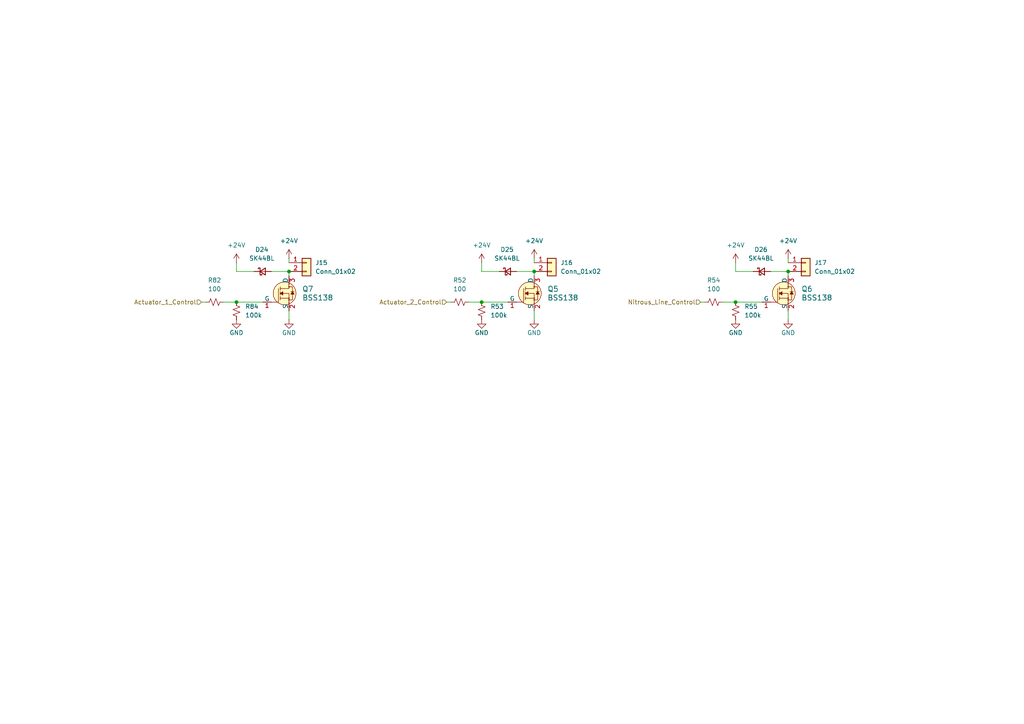
<source format=kicad_sch>
(kicad_sch (version 20250114) (generator "eeschema") (generator_version "9.0")
  (paper "A4")
  (lib_symbols
    (symbol "Connector_Generic:Conn_01x02" (pin_names (offset 1.016) (hide yes))
      (property "Reference" "J" (at 0 2.54 0))
      (property "Value" "Conn_01x02" (at 0 -5.08 0))
      (symbol "Conn_01x02_1_1"
        (rectangle (start -1.27 1.27) (end 1.27 -3.81) (stroke (width 0.254)) (fill (type background)))
        (rectangle (start -1.27 0.127) (end 0 -0.127) (stroke (width 0.1524)))
        (rectangle (start -1.27 -2.413) (end 0 -2.667) (stroke (width 0.1524)))
        (pin passive line (at -5.08 0 0) (length 3.81) (name "Pin_1") (number "1"))
        (pin passive line (at -5.08 -2.54 0) (length 3.81) (name "Pin_2") (number "2"))
      )
    )
    (symbol "Device:D_Schottky_Small" (pin_numbers (hide yes)) (pin_names (offset 0.254) (hide yes))
      (property "Reference" "D" (at -1.27 2.032 0))
      (property "Value" "D_Schottky_Small" (at -7.112 -2.032 0))
      (symbol "D_Schottky_Small_0_1"
        (polyline (pts (xy -1.27 0.762) (xy -1.27 1.016) (xy -0.762 1.016) (xy -0.762 -1.016) (xy -0.254 -1.016) (xy -0.254 -0.762)) (stroke (width 0.254)))
        (polyline (pts (xy -0.762 0) (xy 0.762 0)))
        (polyline (pts (xy 0.762 -1.016) (xy -0.762 0) (xy 0.762 1.016) (xy 0.762 -1.016)) (stroke (width 0.254)))
      )
      (symbol "D_Schottky_Small_1_1"
        (pin passive line (at -2.54 0 0) (length 1.778) (name "K") (number "1"))
        (pin passive line (at 2.54 0 180) (length 1.778) (name "A") (number "2"))
      )
    )
    (symbol "Device:R_Small_US" (pin_numbers (hide yes)) (pin_names (offset 0.254) (hide yes))
      (property "Reference" "R" (at 0.762 0.508 0))
      (property "Value" "R_Small_US" (at 0.762 -1.016 0))
      (symbol "R_Small_US_1_1"
        (polyline (pts (xy 0 1.524) (xy 1.016 1.143) (xy 0 0.762) (xy -1.016 0.381) (xy 0 0)))
        (polyline (pts (xy 0 0) (xy 1.016 -0.381) (xy 0 -0.762) (xy -1.016 -1.143) (xy 0 -1.524)))
        (pin passive line (at 0 2.54 270) (length 1.016) (name "~") (number "1"))
        (pin passive line (at 0 -2.54 90) (length 1.016) (name "~") (number "2"))
      )
    )
    (symbol "dk_Transistors-FETs-MOSFETs-Single:BSS138" (pin_names (offset 0))
      (property "Reference" "Q" (at -2.6924 3.6322 0))
      (property "Value" "BSS138" (at 3.4544 0 90))
      (symbol "BSS138_0_1"
        (polyline (pts (xy -5.08 -2.54) (xy -3.048 -2.54) (xy -3.048 1.397)))
        (circle (center -1.27 0) (radius 3.302) (fill (type background)))
        (polyline (pts (xy -0.127 -1.905) (xy 1.016 -1.905) (xy 1.016 1.397) (xy 1.016 1.905) (xy -0.127 1.905)))
        (polyline (pts (xy 0 2.54) (xy 0 1.397) (xy -2.54 1.397)))
        (circle (center 0 1.905) (radius 0.127))
        (polyline (pts (xy 0 -1.397) (xy -2.54 -1.397)))
        (circle (center 0 -1.397) (radius 0.127))
        (circle (center 0 -1.905) (radius 0.127))
        (polyline (pts (xy 0 -2.54) (xy 0 0) (xy -2.54 0)))
      )
      (symbol "BSS138_1_1"
        (polyline (pts (xy -2.54 1.905) (xy -2.54 0.889)))
        (polyline (pts (xy -2.54 0) (xy -2.54 0.508)))
        (polyline (pts (xy -2.54 0) (xy -2.54 -0.508)))
        (polyline (pts (xy -2.54 0) (xy -1.778 0.508) (xy -1.778 -0.508) (xy -2.54 0)) (fill (type outline)))
        (polyline (pts (xy -2.54 -1.397) (xy -2.54 -0.889)))
        (polyline (pts (xy -2.54 -1.397) (xy -2.54 -1.905)))
        (polyline (pts (xy 1.016 0.508) (xy 0.508 -0.254) (xy 1.524 -0.254) (xy 1.016 0.508)) (fill (type outline)))
        (polyline (pts (xy 1.524 0.508) (xy 0.508 0.508)))
        (pin bidirectional line (at -7.62 -2.54 0) (length 2.54) (name "G") (number "1"))
        (pin bidirectional line (at 0 5.08 270) (length 2.54) (name "D") (number "3"))
        (pin bidirectional line (at 0 -5.08 90) (length 2.54) (name "S") (number "2"))
      )
    )
    (symbol "power:+24V" (power) (pin_numbers (hide yes)) (pin_names (offset 0) (hide yes))
      (property "Value" "+24V" (at 0 3.556 0))
      (symbol "+24V_0_1"
        (polyline (pts (xy -0.762 1.27) (xy 0 2.54)))
        (polyline (pts (xy 0 2.54) (xy 0.762 1.27)))
        (polyline (pts (xy 0 0) (xy 0 2.54)))
      )
      (symbol "+24V_1_1"
        (pin power_in line (at 0 0 90) (length 0) (name "~") (number "1"))
      )
    )
    (symbol "power:GND" (power) (pin_numbers (hide yes)) (pin_names (offset 0) (hide yes))
      (property "Value" "GND" (at 0 -3.81 0))
      (symbol "GND_0_1"
        (polyline (pts (xy 0 0) (xy 0 -1.27) (xy 1.27 -1.27) (xy 0 -2.54) (xy -1.27 -1.27) (xy 0 -1.27)))
      )
      (symbol "GND_1_1"
        (pin power_in line (at 0 0 270) (length 0) (name "~") (number "1"))
      )
    )
  )
  (junction (at 83.82 78.74))
  (junction (at 139.7 87.63))
  (junction (at 154.94 78.74))
  (junction (at 68.58 87.63))
  (junction (at 228.6 78.74))
  (junction (at 213.36 87.63))
  (wire (pts (xy 218.44 78.74) (xy 213.36 78.74)))
  (wire (pts (xy 213.36 87.63) (xy 220.98 87.63)))
  (wire (pts (xy 68.58 76.2) (xy 68.58 78.74)))
  (wire (pts (xy 209.55 87.63) (xy 213.36 87.63)))
  (wire (pts (xy 83.82 74.93) (xy 83.82 76.2)))
  (wire (pts (xy 154.94 90.17) (xy 154.94 92.71)))
  (wire (pts (xy 149.86 78.74) (xy 154.94 78.74)))
  (wire (pts (xy 154.94 78.74) (xy 154.94 80.01)))
  (wire (pts (xy 228.6 78.74) (xy 228.6 80.01)))
  (wire (pts (xy 154.94 74.93) (xy 154.94 76.2)))
  (wire (pts (xy 228.6 74.93) (xy 228.6 76.2)))
  (wire (pts (xy 223.52 78.74) (xy 228.6 78.74)))
  (wire (pts (xy 135.89 87.63) (xy 139.7 87.63)))
  (wire (pts (xy 83.82 90.17) (xy 83.82 92.71)))
  (wire (pts (xy 213.36 76.2) (xy 213.36 78.74)))
  (wire (pts (xy 203.2 87.63) (xy 204.47 87.63)))
  (wire (pts (xy 228.6 90.17) (xy 228.6 92.71)))
  (wire (pts (xy 144.78 78.74) (xy 139.7 78.74)))
  (wire (pts (xy 68.58 87.63) (xy 76.2 87.63)))
  (wire (pts (xy 73.66 78.74) (xy 68.58 78.74)))
  (wire (pts (xy 129.54 87.63) (xy 130.81 87.63)))
  (wire (pts (xy 139.7 87.63) (xy 147.32 87.63)))
  (wire (pts (xy 139.7 76.2) (xy 139.7 78.74)))
  (wire (pts (xy 78.74 78.74) (xy 83.82 78.74)))
  (wire (pts (xy 83.82 78.74) (xy 83.82 80.01)))
  (wire (pts (xy 58.42 87.63) (xy 59.69 87.63)))
  (wire (pts (xy 64.77 87.63) (xy 68.58 87.63)))
  (hierarchical_label "Actuator_1_Control" (shape input) (at 58.42 87.63 180))
  (hierarchical_label "Actuator_2_Control" (shape input) (at 129.54 87.63 180))
  (hierarchical_label "Nitrous_Line_Control" (shape input) (at 203.2 87.63 180))
  (symbol (lib_id "Connector_Generic:Conn_01x02") (at 160.02 76.2 0) (unit 1)
    (property "Reference" "J16" (at 162.56 76.1999 0) (effects (justify left)))
    (property "Value" "Conn_01x02" (at 162.56 78.7399 0) (effects (justify left)))
    (property "Footprint" "Connector_Molex:Molex_Micro-Fit_3.0_43650-0215_1x02_P3.00mm_Vertical" (effects (hide yes)))
    (property "Description" "Generic connector, single row, 01x02, script generated (kicad-library-utils/schlib/autogen/connector/)" (effects (hide yes)))
  )
  (symbol (lib_id "Device:D_Schottky_Small") (at 76.2 78.74 0) (unit 1)
    (property "Reference" "D24" (at 75.946 72.39 0))
    (property "Value" "SK44BL" (at 75.946 74.93 0))
    (property "Footprint" "Diode_SMD:D_SMB" (effects (hide yes)))
    (property "Description" "Schottky diode, small symbol" (effects (hide yes)))
    (property "MPN" "SK44BL-TP" (effects (hide yes)))
    (property "LCSC" "C151740" (effects (hide yes)))
  )
  (symbol (lib_id "power:+24V") (at 228.6 74.93 0) (unit 1)
    (property "Reference" "#PWR095" (effects (hide yes)))
    (property "Value" "+24V" (at 228.6 69.85 0))
    (property "Description" "Power symbol creates a global label with name \"+24V\"" (effects (hide yes)))
  )
  (symbol (lib_id "Device:R_Small_US") (at 68.58 90.17 0) (unit 1)
    (property "Reference" "R84" (at 71.12 88.8999 0) (effects (justify left)))
    (property "Value" "100k" (at 71.12 91.4399 0) (effects (justify left)))
    (property "Footprint" "Resistor_SMD:R_0603_1608Metric" (effects (hide yes)))
    (property "Description" "Resistor, small US symbol" (effects (hide yes)))
    (property "MPN" "0402WGJ0104TCE" (effects (hide yes)))
    (property "LCSC" "C25530" (effects (hide yes)))
  )
  (symbol (lib_id "power:+24V") (at 68.58 76.2 0) (unit 1)
    (property "Reference" "#PWR0171" (effects (hide yes)))
    (property "Value" "+24V" (at 68.58 71.12 0))
    (property "Description" "Power symbol creates a global label with name \"+24V\"" (effects (hide yes)))
  )
  (symbol (lib_id "dk_Transistors-FETs-MOSFETs-Single:BSS138") (at 228.6 85.09 0) (unit 1)
    (property "Reference" "Q6" (at 232.41 83.8199 0) (effects (font (size 1.524 1.524)) (justify left)))
    (property "Value" "BSS138" (at 232.41 86.3599 0) (effects (font (size 1.524 1.524)) (justify left)))
    (property "Footprint" "Package_TO_SOT_SMD:SOT-23-3" (effects (hide yes)))
    (property "Datasheet" "https://www.onsemi.com/pub/Collateral/BSS138-D.PDF" (effects (hide yes)))
    (property "Description" "MOSFET N-CH 50V 220MA SOT-23" (effects (hide yes)))
    (property "MPN" "BSS138" (effects (hide yes)))
    (property "LCSC" "C8490" (effects (hide yes)))
    (property "Category" "Discrete Semiconductor Products" (effects (hide yes)))
    (property "Family" "Transistors - FETs, MOSFETs - Single" (effects (hide yes)))
    (property "DK_Datasheet_Link" "https://www.onsemi.com/pub/Collateral/BSS138-D.PDF" (effects (hide yes)))
    (property "DK_Detail_Page" "/product-detail/en/on-semiconductor/BSS138/BSS138CT-ND/244294" (effects (hide yes)))
    (property "Description_1" "MOSFET N-CH 50V 220MA SOT-23" (effects (hide yes)))
    (property "Manufacturer" "ON Semiconductor" (effects (hide yes)))
    (property "Status" "Active" (effects (hide yes)))
  )
  (symbol (lib_id "power:GND") (at 68.58 92.71 0) (unit 1)
    (property "Reference" "#PWR0172" (effects (hide yes)))
    (property "Value" "GND" (at 68.58 96.52 0))
    (property "Description" "Power symbol creates a global label with name \"GND\" , ground" (effects (hide yes)))
  )
  (symbol (lib_id "power:GND") (at 154.94 92.71 0) (unit 1)
    (property "Reference" "#PWR092" (effects (hide yes)))
    (property "Value" "GND" (at 154.94 96.52 0))
    (property "Description" "Power symbol creates a global label with name \"GND\" , ground" (effects (hide yes)))
  )
  (symbol (lib_id "Device:D_Schottky_Small") (at 220.98 78.74 0) (unit 1)
    (property "Reference" "D26" (at 220.726 72.39 0))
    (property "Value" "SK44BL" (at 220.726 74.93 0))
    (property "Footprint" "Diode_SMD:D_SMB" (effects (hide yes)))
    (property "Description" "Schottky diode, small symbol" (effects (hide yes)))
    (property "MPN" "SK44BL-TP" (effects (hide yes)))
    (property "LCSC" "C151740" (effects (hide yes)))
  )
  (symbol (lib_id "power:GND") (at 228.6 92.71 0) (unit 1)
    (property "Reference" "#PWR096" (effects (hide yes)))
    (property "Value" "GND" (at 228.6 96.52 0))
    (property "Description" "Power symbol creates a global label with name \"GND\" , ground" (effects (hide yes)))
  )
  (symbol (lib_id "Device:D_Schottky_Small") (at 147.32 78.74 0) (unit 1)
    (property "Reference" "D25" (at 147.066 72.39 0))
    (property "Value" "SK44BL" (at 147.066 74.93 0))
    (property "Footprint" "Diode_SMD:D_SMB" (effects (hide yes)))
    (property "Description" "Schottky diode, small symbol" (effects (hide yes)))
    (property "MPN" "SK44BL-TP" (effects (hide yes)))
    (property "LCSC" "C151740" (effects (hide yes)))
  )
  (symbol (lib_id "power:+24V") (at 83.82 74.93 0) (unit 1)
    (property "Reference" "#PWR0174" (effects (hide yes)))
    (property "Value" "+24V" (at 83.82 69.85 0))
    (property "Description" "Power symbol creates a global label with name \"+24V\"" (effects (hide yes)))
  )
  (symbol (lib_id "Device:R_Small_US") (at 139.7 90.17 0) (unit 1)
    (property "Reference" "R53" (at 142.24 88.8999 0) (effects (justify left)))
    (property "Value" "100k" (at 142.24 91.4399 0) (effects (justify left)))
    (property "Footprint" "Resistor_SMD:R_0603_1608Metric" (effects (hide yes)))
    (property "Description" "Resistor, small US symbol" (effects (hide yes)))
    (property "MPN" "0402WGJ0104TCE" (effects (hide yes)))
    (property "LCSC" "C25530" (effects (hide yes)))
  )
  (symbol (lib_id "Device:R_Small_US") (at 133.35 87.63 90) (unit 1)
    (property "Reference" "R52" (at 133.35 81.28 90))
    (property "Value" "100" (at 133.35 83.82 90))
    (property "Footprint" "Resistor_SMD:R_0402_1005Metric" (effects (hide yes)))
    (property "Description" "Resistor, small US symbol" (effects (hide yes)))
    (property "MPN" "0402WGF1000TCE" (effects (hide yes)))
    (property "LCSC" "C25076" (effects (hide yes)))
  )
  (symbol (lib_id "Connector_Generic:Conn_01x02") (at 233.68 76.2 0) (unit 1)
    (property "Reference" "J17" (at 236.22 76.1999 0) (effects (justify left)))
    (property "Value" "Conn_01x02" (at 236.22 78.7399 0) (effects (justify left)))
    (property "Footprint" "Connector_Molex:Molex_Micro-Fit_3.0_43650-0215_1x02_P3.00mm_Vertical" (effects (hide yes)))
    (property "Description" "Generic connector, single row, 01x02, script generated (kicad-library-utils/schlib/autogen/connector/)" (effects (hide yes)))
  )
  (symbol (lib_id "Device:R_Small_US") (at 207.01 87.63 90) (unit 1)
    (property "Reference" "R54" (at 207.01 81.28 90))
    (property "Value" "100" (at 207.01 83.82 90))
    (property "Footprint" "Resistor_SMD:R_0402_1005Metric" (effects (hide yes)))
    (property "Description" "Resistor, small US symbol" (effects (hide yes)))
    (property "MPN" "0402WGF1000TCE" (effects (hide yes)))
    (property "LCSC" "C25076" (effects (hide yes)))
  )
  (symbol (lib_id "dk_Transistors-FETs-MOSFETs-Single:BSS138") (at 83.82 85.09 0) (unit 1)
    (property "Reference" "Q7" (at 87.63 83.8199 0) (effects (font (size 1.524 1.524)) (justify left)))
    (property "Value" "BSS138" (at 87.63 86.3599 0) (effects (font (size 1.524 1.524)) (justify left)))
    (property "Footprint" "Package_TO_SOT_SMD:SOT-23-3" (effects (hide yes)))
    (property "Datasheet" "https://www.onsemi.com/pub/Collateral/BSS138-D.PDF" (effects (hide yes)))
    (property "Description" "MOSFET N-CH 50V 220MA SOT-23" (effects (hide yes)))
    (property "MPN" "BSS138" (effects (hide yes)))
    (property "LCSC" "C8490" (effects (hide yes)))
    (property "Category" "Discrete Semiconductor Products" (effects (hide yes)))
    (property "Family" "Transistors - FETs, MOSFETs - Single" (effects (hide yes)))
    (property "DK_Datasheet_Link" "https://www.onsemi.com/pub/Collateral/BSS138-D.PDF" (effects (hide yes)))
    (property "DK_Detail_Page" "/product-detail/en/on-semiconductor/BSS138/BSS138CT-ND/244294" (effects (hide yes)))
    (property "Description_1" "MOSFET N-CH 50V 220MA SOT-23" (effects (hide yes)))
    (property "Manufacturer" "ON Semiconductor" (effects (hide yes)))
    (property "Status" "Active" (effects (hide yes)))
  )
  (symbol (lib_id "power:+24V") (at 154.94 74.93 0) (unit 1)
    (property "Reference" "#PWR091" (effects (hide yes)))
    (property "Value" "+24V" (at 154.94 69.85 0))
    (property "Description" "Power symbol creates a global label with name \"+24V\"" (effects (hide yes)))
  )
  (symbol (lib_id "power:GND") (at 139.7 92.71 0) (unit 1)
    (property "Reference" "#PWR090" (effects (hide yes)))
    (property "Value" "GND" (at 139.7 96.52 0))
    (property "Description" "Power symbol creates a global label with name \"GND\" , ground" (effects (hide yes)))
  )
  (symbol (lib_id "Connector_Generic:Conn_01x02") (at 88.9 76.2 0) (unit 1)
    (property "Reference" "J15" (at 91.44 76.1999 0) (effects (justify left)))
    (property "Value" "Conn_01x02" (at 91.44 78.7399 0) (effects (justify left)))
    (property "Footprint" "Connector_Molex:Molex_Micro-Fit_3.0_43650-0215_1x02_P3.00mm_Vertical" (effects (hide yes)))
    (property "Description" "Generic connector, single row, 01x02, script generated (kicad-library-utils/schlib/autogen/connector/)" (effects (hide yes)))
  )
  (symbol (lib_id "Device:R_Small_US") (at 62.23 87.63 90) (unit 1)
    (property "Reference" "R82" (at 62.23 81.28 90))
    (property "Value" "100" (at 62.23 83.82 90))
    (property "Footprint" "Resistor_SMD:R_0402_1005Metric" (effects (hide yes)))
    (property "Description" "Resistor, small US symbol" (effects (hide yes)))
    (property "MPN" "0402WGF1000TCE" (effects (hide yes)))
    (property "LCSC" "C25076" (effects (hide yes)))
  )
  (symbol (lib_id "power:+24V") (at 139.7 76.2 0) (unit 1)
    (property "Reference" "#PWR089" (effects (hide yes)))
    (property "Value" "+24V" (at 139.7 71.12 0))
    (property "Description" "Power symbol creates a global label with name \"+24V\"" (effects (hide yes)))
  )
  (symbol (lib_id "power:GND") (at 213.36 92.71 0) (unit 1)
    (property "Reference" "#PWR094" (effects (hide yes)))
    (property "Value" "GND" (at 213.36 96.52 0))
    (property "Description" "Power symbol creates a global label with name \"GND\" , ground" (effects (hide yes)))
  )
  (symbol (lib_id "dk_Transistors-FETs-MOSFETs-Single:BSS138") (at 154.94 85.09 0) (unit 1)
    (property "Reference" "Q5" (at 158.75 83.8199 0) (effects (font (size 1.524 1.524)) (justify left)))
    (property "Value" "BSS138" (at 158.75 86.3599 0) (effects (font (size 1.524 1.524)) (justify left)))
    (property "Footprint" "Package_TO_SOT_SMD:SOT-23-3" (effects (hide yes)))
    (property "Datasheet" "https://www.onsemi.com/pub/Collateral/BSS138-D.PDF" (effects (hide yes)))
    (property "Description" "MOSFET N-CH 50V 220MA SOT-23" (effects (hide yes)))
    (property "MPN" "BSS138" (effects (hide yes)))
    (property "LCSC" "C8490" (effects (hide yes)))
    (property "Category" "Discrete Semiconductor Products" (effects (hide yes)))
    (property "Family" "Transistors - FETs, MOSFETs - Single" (effects (hide yes)))
    (property "DK_Datasheet_Link" "https://www.onsemi.com/pub/Collateral/BSS138-D.PDF" (effects (hide yes)))
    (property "DK_Detail_Page" "/product-detail/en/on-semiconductor/BSS138/BSS138CT-ND/244294" (effects (hide yes)))
    (property "Description_1" "MOSFET N-CH 50V 220MA SOT-23" (effects (hide yes)))
    (property "Manufacturer" "ON Semiconductor" (effects (hide yes)))
    (property "Status" "Active" (effects (hide yes)))
  )
  (symbol (lib_id "power:GND") (at 83.82 92.71 0) (unit 1)
    (property "Reference" "#PWR0175" (effects (hide yes)))
    (property "Value" "GND" (at 83.82 96.52 0))
    (property "Description" "Power symbol creates a global label with name \"GND\" , ground" (effects (hide yes)))
  )
  (symbol (lib_id "Device:R_Small_US") (at 213.36 90.17 0) (unit 1)
    (property "Reference" "R55" (at 215.9 88.8999 0) (effects (justify left)))
    (property "Value" "100k" (at 215.9 91.4399 0) (effects (justify left)))
    (property "Footprint" "Resistor_SMD:R_0603_1608Metric" (effects (hide yes)))
    (property "Description" "Resistor, small US symbol" (effects (hide yes)))
    (property "MPN" "0402WGJ0104TCE" (effects (hide yes)))
    (property "LCSC" "C25530" (effects (hide yes)))
  )
  (symbol (lib_id "power:+24V") (at 213.36 76.2 0) (unit 1)
    (property "Reference" "#PWR093" (effects (hide yes)))
    (property "Value" "+24V" (at 213.36 71.12 0))
    (property "Description" "Power symbol creates a global label with name \"+24V\"" (effects (hide yes)))
  )
)
</source>
